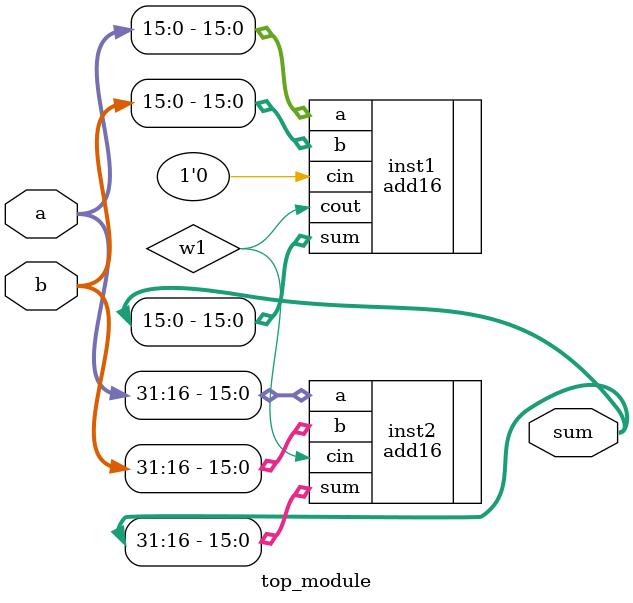
<source format=v>
module top_module(
    input [31:0] a,
    input [31:0] b,
    output [31:0] sum
);
    wire w1;
    add16 inst1(.a(a [15:0]),.b(b [15:0]),.cin(1'b0),.cout(w1),.sum(sum [15:0]));
    add16 inst2(.a(a [31:16]),.b(b [31:16]),.cin(w1),.sum(sum [31:16]));
endmodule




</source>
